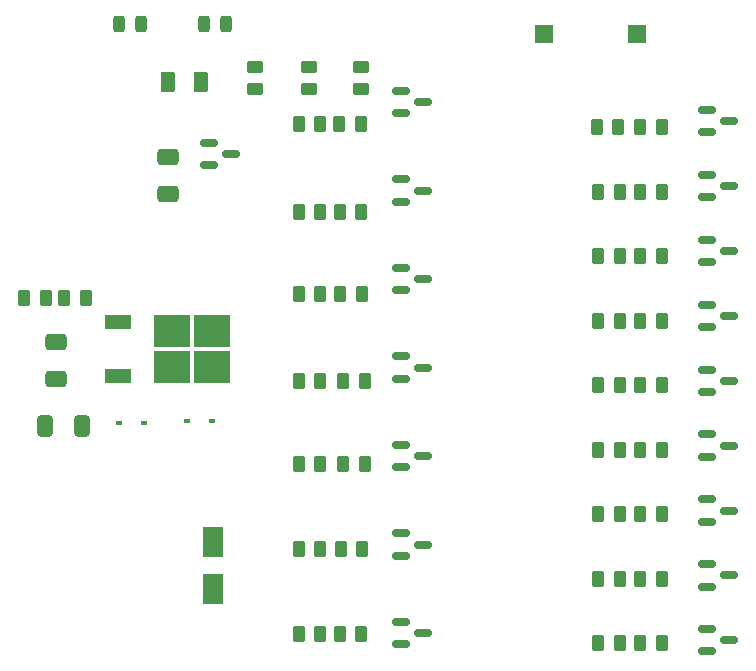
<source format=gbr>
%TF.GenerationSoftware,KiCad,Pcbnew,(6.0.10)*%
%TF.CreationDate,2023-04-05T19:00:52-05:00*%
%TF.ProjectId,pwm_pcb_v2,70776d5f-7063-4625-9f76-322e6b696361,rev?*%
%TF.SameCoordinates,Original*%
%TF.FileFunction,Paste,Top*%
%TF.FilePolarity,Positive*%
%FSLAX46Y46*%
G04 Gerber Fmt 4.6, Leading zero omitted, Abs format (unit mm)*
G04 Created by KiCad (PCBNEW (6.0.10)) date 2023-04-05 19:00:52*
%MOMM*%
%LPD*%
G01*
G04 APERTURE LIST*
G04 Aperture macros list*
%AMRoundRect*
0 Rectangle with rounded corners*
0 $1 Rounding radius*
0 $2 $3 $4 $5 $6 $7 $8 $9 X,Y pos of 4 corners*
0 Add a 4 corners polygon primitive as box body*
4,1,4,$2,$3,$4,$5,$6,$7,$8,$9,$2,$3,0*
0 Add four circle primitives for the rounded corners*
1,1,$1+$1,$2,$3*
1,1,$1+$1,$4,$5*
1,1,$1+$1,$6,$7*
1,1,$1+$1,$8,$9*
0 Add four rect primitives between the rounded corners*
20,1,$1+$1,$2,$3,$4,$5,0*
20,1,$1+$1,$4,$5,$6,$7,0*
20,1,$1+$1,$6,$7,$8,$9,0*
20,1,$1+$1,$8,$9,$2,$3,0*%
G04 Aperture macros list end*
%ADD10RoundRect,0.243750X0.243750X0.456250X-0.243750X0.456250X-0.243750X-0.456250X0.243750X-0.456250X0*%
%ADD11RoundRect,0.250000X-0.262500X-0.450000X0.262500X-0.450000X0.262500X0.450000X-0.262500X0.450000X0*%
%ADD12RoundRect,0.250000X0.412500X0.650000X-0.412500X0.650000X-0.412500X-0.650000X0.412500X-0.650000X0*%
%ADD13RoundRect,0.250000X0.262500X0.450000X-0.262500X0.450000X-0.262500X-0.450000X0.262500X-0.450000X0*%
%ADD14RoundRect,0.250000X0.450000X-0.262500X0.450000X0.262500X-0.450000X0.262500X-0.450000X-0.262500X0*%
%ADD15RoundRect,0.150000X-0.587500X-0.150000X0.587500X-0.150000X0.587500X0.150000X-0.587500X0.150000X0*%
%ADD16R,0.600000X0.450000*%
%ADD17RoundRect,0.250000X0.650000X-0.412500X0.650000X0.412500X-0.650000X0.412500X-0.650000X-0.412500X0*%
%ADD18R,1.800000X2.500000*%
%ADD19R,3.050000X2.750000*%
%ADD20R,2.200000X1.200000*%
%ADD21R,1.500000X1.500000*%
%ADD22RoundRect,0.250000X0.375000X0.625000X-0.375000X0.625000X-0.375000X-0.625000X0.375000X-0.625000X0*%
G04 APERTURE END LIST*
D10*
%TO.C,D2*%
X107137500Y-53000000D03*
X105262500Y-53000000D03*
%TD*%
%TO.C,D1*%
X99937500Y-53000000D03*
X98062500Y-53000000D03*
%TD*%
D11*
%TO.C,R13*%
X138637000Y-72644000D03*
X140462000Y-72644000D03*
%TD*%
D12*
%TO.C,C2*%
X94950000Y-87000000D03*
X91825000Y-87000000D03*
%TD*%
D11*
%TO.C,R26*%
X113291500Y-90254700D03*
X115116500Y-90254700D03*
%TD*%
D13*
%TO.C,R12*%
X144018000Y-67183000D03*
X142193000Y-67183000D03*
%TD*%
%TO.C,R7*%
X118545500Y-61468000D03*
X116720500Y-61468000D03*
%TD*%
D11*
%TO.C,R30*%
X113291500Y-104648000D03*
X115116500Y-104648000D03*
%TD*%
%TO.C,R17*%
X138637000Y-89027000D03*
X140462000Y-89027000D03*
%TD*%
D14*
%TO.C,R35*%
X118600000Y-58443500D03*
X118600000Y-56618500D03*
%TD*%
D11*
%TO.C,R25*%
X113291500Y-97451300D03*
X115116500Y-97451300D03*
%TD*%
D15*
%TO.C,Q1*%
X147858000Y-76742200D03*
X147858000Y-78642200D03*
X149733000Y-77692200D03*
%TD*%
D13*
%TO.C,R11*%
X144018000Y-61722000D03*
X142193000Y-61722000D03*
%TD*%
D16*
%TO.C,D3*%
X103850000Y-86600000D03*
X105950000Y-86600000D03*
%TD*%
D17*
%TO.C,C1*%
X102200000Y-67362500D03*
X102200000Y-64237500D03*
%TD*%
D15*
%TO.C,Q17*%
X105662500Y-63050000D03*
X105662500Y-64950000D03*
X107537500Y-64000000D03*
%TD*%
D11*
%TO.C,R14*%
X138637000Y-83566000D03*
X140462000Y-83566000D03*
%TD*%
D13*
%TO.C,R37*%
X91862500Y-76200000D03*
X90037500Y-76200000D03*
%TD*%
%TO.C,R36*%
X95262500Y-76200000D03*
X93437500Y-76200000D03*
%TD*%
D11*
%TO.C,R29*%
X113291500Y-83195500D03*
X115116500Y-83195500D03*
%TD*%
D15*
%TO.C,Q15*%
X121950000Y-81120000D03*
X121950000Y-83020000D03*
X123825000Y-82070000D03*
%TD*%
D16*
%TO.C,D5*%
X100200000Y-86800000D03*
X98100000Y-86800000D03*
%TD*%
D13*
%TO.C,R8*%
X118618000Y-75861300D03*
X116793000Y-75861300D03*
%TD*%
D15*
%TO.C,Q16*%
X121950000Y-103599000D03*
X121950000Y-105499000D03*
X123825000Y-104549000D03*
%TD*%
%TO.C,Q3*%
X121950000Y-58641000D03*
X121950000Y-60541000D03*
X123825000Y-59591000D03*
%TD*%
%TO.C,Q9*%
X147858000Y-87727700D03*
X147858000Y-89627700D03*
X149733000Y-88677700D03*
%TD*%
%TO.C,Q13*%
X121950000Y-96106000D03*
X121950000Y-98006000D03*
X123825000Y-97056000D03*
%TD*%
D13*
%TO.C,R20*%
X144018000Y-94488000D03*
X142193000Y-94488000D03*
%TD*%
D11*
%TO.C,R10*%
X138637000Y-67183000D03*
X140462000Y-67183000D03*
%TD*%
D13*
%TO.C,R16*%
X144018000Y-83566000D03*
X142193000Y-83566000D03*
%TD*%
D14*
%TO.C,R33*%
X109600000Y-58467000D03*
X109600000Y-56642000D03*
%TD*%
D15*
%TO.C,Q12*%
X147858000Y-104206000D03*
X147858000Y-106106000D03*
X149733000Y-105156000D03*
%TD*%
D13*
%TO.C,R28*%
X118872000Y-90254700D03*
X117047000Y-90254700D03*
%TD*%
D15*
%TO.C,Q6*%
X147858000Y-65756700D03*
X147858000Y-67656700D03*
X149733000Y-66706700D03*
%TD*%
%TO.C,Q4*%
X121950000Y-73627000D03*
X121950000Y-75527000D03*
X123825000Y-74577000D03*
%TD*%
D11*
%TO.C,R18*%
X138637000Y-94488000D03*
X140462000Y-94488000D03*
%TD*%
D18*
%TO.C,D4*%
X106000000Y-96800000D03*
X106000000Y-100800000D03*
%TD*%
D15*
%TO.C,Q5*%
X147858000Y-60264000D03*
X147858000Y-62164000D03*
X149733000Y-61214000D03*
%TD*%
D11*
%TO.C,R6*%
X113291500Y-75861300D03*
X115116500Y-75861300D03*
%TD*%
D13*
%TO.C,R31*%
X118872000Y-83195500D03*
X117047000Y-83195500D03*
%TD*%
D15*
%TO.C,Q10*%
X147858000Y-93220500D03*
X147858000Y-95120500D03*
X149733000Y-94170500D03*
%TD*%
D13*
%TO.C,R15*%
X144018000Y-72644000D03*
X142193000Y-72644000D03*
%TD*%
%TO.C,R4*%
X118578500Y-68893800D03*
X116753500Y-68893800D03*
%TD*%
D19*
%TO.C,U2*%
X102600000Y-79000000D03*
X105950000Y-79000000D03*
X102600000Y-82050000D03*
X105950000Y-82050000D03*
D20*
X97975000Y-78245000D03*
X97975000Y-82805000D03*
%TD*%
D13*
%TO.C,R23*%
X144018000Y-99949000D03*
X142193000Y-99949000D03*
%TD*%
D17*
%TO.C,C3*%
X92750000Y-83000000D03*
X92750000Y-79875000D03*
%TD*%
D15*
%TO.C,Q8*%
X147858000Y-82235000D03*
X147858000Y-84135000D03*
X149733000Y-83185000D03*
%TD*%
D11*
%TO.C,R2*%
X113291500Y-68893800D03*
X115116500Y-68893800D03*
%TD*%
%TO.C,R5*%
X113291500Y-61468000D03*
X115116500Y-61468000D03*
%TD*%
D13*
%TO.C,R19*%
X144018000Y-89027000D03*
X142193000Y-89027000D03*
%TD*%
D21*
%TO.C,SW1*%
X134100000Y-53800000D03*
X141900000Y-53800000D03*
%TD*%
D22*
%TO.C,F1*%
X105032000Y-57912000D03*
X102232000Y-57912000D03*
%TD*%
D15*
%TO.C,Q11*%
X147858000Y-98713200D03*
X147858000Y-100613200D03*
X149733000Y-99663200D03*
%TD*%
%TO.C,Q7*%
X147858000Y-71249500D03*
X147858000Y-73149500D03*
X149733000Y-72199500D03*
%TD*%
%TO.C,Q2*%
X121950000Y-66134000D03*
X121950000Y-68034000D03*
X123825000Y-67084000D03*
%TD*%
D14*
%TO.C,R34*%
X114200000Y-58467000D03*
X114200000Y-56642000D03*
%TD*%
D13*
%TO.C,R27*%
X118665000Y-97451300D03*
X116840000Y-97451300D03*
%TD*%
%TO.C,R32*%
X118594500Y-104648000D03*
X116769500Y-104648000D03*
%TD*%
D11*
%TO.C,R22*%
X138637000Y-105410000D03*
X140462000Y-105410000D03*
%TD*%
D15*
%TO.C,Q14*%
X121950000Y-88613000D03*
X121950000Y-90513000D03*
X123825000Y-89563000D03*
%TD*%
D13*
%TO.C,R24*%
X144018000Y-105410000D03*
X142193000Y-105410000D03*
%TD*%
D11*
%TO.C,R1*%
X138637000Y-78105000D03*
X140462000Y-78105000D03*
%TD*%
D13*
%TO.C,R3*%
X144018000Y-78105000D03*
X142193000Y-78105000D03*
%TD*%
D11*
%TO.C,R21*%
X138637000Y-99949000D03*
X140462000Y-99949000D03*
%TD*%
%TO.C,R9*%
X138533500Y-61722000D03*
X140358500Y-61722000D03*
%TD*%
M02*

</source>
